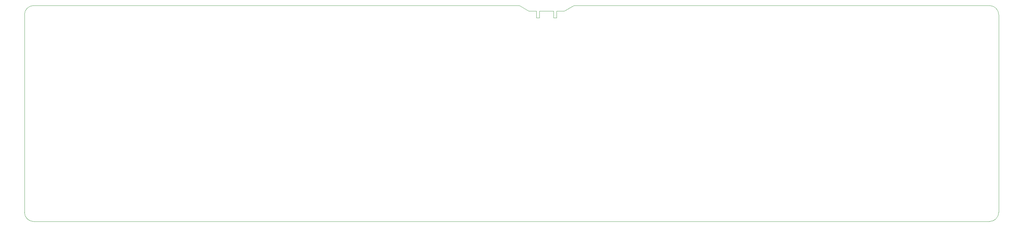
<source format=gbr>
G04 #@! TF.GenerationSoftware,KiCad,Pcbnew,(5.1.7)-1*
G04 #@! TF.CreationDate,2021-01-10T00:17:19+09:00*
G04 #@! TF.ProjectId,barracuda,62617272-6163-4756-9461-2e6b69636164,rev?*
G04 #@! TF.SameCoordinates,Original*
G04 #@! TF.FileFunction,Profile,NP*
%FSLAX46Y46*%
G04 Gerber Fmt 4.6, Leading zero omitted, Abs format (unit mm)*
G04 Created by KiCad (PCBNEW (5.1.7)-1) date 2021-01-10 00:17:19*
%MOMM*%
%LPD*%
G01*
G04 APERTURE LIST*
G04 #@! TA.AperFunction,Profile*
%ADD10C,0.050000*%
G04 #@! TD*
G04 #@! TA.AperFunction,Profile*
%ADD11C,0.100000*%
G04 #@! TD*
G04 APERTURE END LIST*
D10*
X39370000Y-41910000D02*
G75*
G02*
X41910000Y-39370000I2540000J0D01*
G01*
X176022000Y-39370000D02*
X41910000Y-39370000D01*
X178615000Y-40904500D02*
X176022000Y-39370000D01*
X191008000Y-39370000D02*
X188415000Y-40904500D01*
X305816000Y-39370000D02*
X191008000Y-39370000D01*
X305816000Y-39370000D02*
G75*
G02*
X308356000Y-41910000I0J-2540000D01*
G01*
X308356000Y-96520000D02*
X308356000Y-41910000D01*
X308356000Y-96520000D02*
G75*
G02*
X305816000Y-99060000I-2540000J0D01*
G01*
X41910000Y-99060000D02*
G75*
G02*
X39370000Y-96520000I0J2540000D01*
G01*
X39370000Y-96520000D02*
X39370000Y-41910000D01*
X41910000Y-99060000D02*
X305816000Y-99060000D01*
D11*
X186315000Y-40904500D02*
X188415000Y-40904500D01*
X186315000Y-42784500D02*
X186315000Y-40904500D01*
X185465000Y-42784500D02*
X186315000Y-42784500D01*
X185465000Y-40904500D02*
X185465000Y-42784500D01*
X181565000Y-40904500D02*
X185465000Y-40904500D01*
X181565000Y-42784500D02*
X181565000Y-40904500D01*
X180715000Y-42784500D02*
X181565000Y-42784500D01*
X180715000Y-40904500D02*
X180715000Y-42784500D01*
X178615000Y-40904500D02*
X180715000Y-40904500D01*
M02*

</source>
